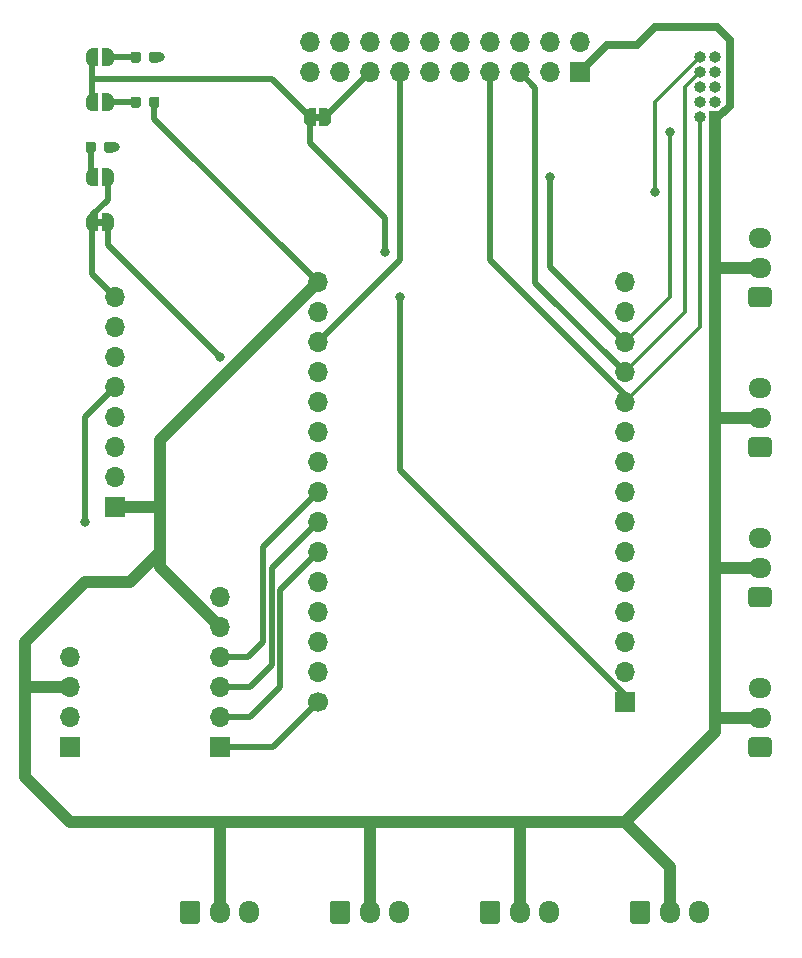
<source format=gbr>
%TF.GenerationSoftware,KiCad,Pcbnew,5.1.6*%
%TF.CreationDate,2020-08-26T17:45:01+02:00*%
%TF.ProjectId,PAF_controller,5041465f-636f-46e7-9472-6f6c6c65722e,rev?*%
%TF.SameCoordinates,Original*%
%TF.FileFunction,Copper,L1,Top*%
%TF.FilePolarity,Positive*%
%FSLAX46Y46*%
G04 Gerber Fmt 4.6, Leading zero omitted, Abs format (unit mm)*
G04 Created by KiCad (PCBNEW 5.1.6) date 2020-08-26 17:45:01*
%MOMM*%
%LPD*%
G01*
G04 APERTURE LIST*
%TA.AperFunction,EtchedComponent*%
%ADD10C,0.150000*%
%TD*%
%TA.AperFunction,ComponentPad*%
%ADD11O,1.700000X1.700000*%
%TD*%
%TA.AperFunction,ComponentPad*%
%ADD12C,1.700000*%
%TD*%
%TA.AperFunction,ComponentPad*%
%ADD13R,1.700000X1.700000*%
%TD*%
%TA.AperFunction,ComponentPad*%
%ADD14O,1.950000X1.700000*%
%TD*%
%TA.AperFunction,ComponentPad*%
%ADD15O,1.700000X1.950000*%
%TD*%
%TA.AperFunction,SMDPad,CuDef*%
%ADD16C,0.150000*%
%TD*%
%TA.AperFunction,ComponentPad*%
%ADD17O,1.000000X1.000000*%
%TD*%
%TA.AperFunction,ComponentPad*%
%ADD18R,1.000000X1.000000*%
%TD*%
%TA.AperFunction,ViaPad*%
%ADD19C,0.800000*%
%TD*%
%TA.AperFunction,Conductor*%
%ADD20C,0.500000*%
%TD*%
%TA.AperFunction,Conductor*%
%ADD21C,0.300000*%
%TD*%
%TA.AperFunction,Conductor*%
%ADD22C,1.000000*%
%TD*%
%TA.AperFunction,Conductor*%
%ADD23C,0.700000*%
%TD*%
G04 APERTURE END LIST*
D10*
%TO.C,JP4*%
G36*
X101350000Y-70150000D02*
G01*
X101850000Y-70150000D01*
X101850000Y-69550000D01*
X101350000Y-69550000D01*
X101350000Y-70150000D01*
G37*
%TO.C,JP3*%
G36*
X119780000Y-61260000D02*
G01*
X120280000Y-61260000D01*
X120280000Y-60660000D01*
X119780000Y-60660000D01*
X119780000Y-61260000D01*
G37*
%TD*%
%TO.P,R3,2*%
%TO.N,GND*%
%TA.AperFunction,SMDPad,CuDef*%
G36*
G01*
X105760000Y-56136250D02*
X105760000Y-55623750D01*
G75*
G02*
X105978750Y-55405000I218750J0D01*
G01*
X106416250Y-55405000D01*
G75*
G02*
X106635000Y-55623750I0J-218750D01*
G01*
X106635000Y-56136250D01*
G75*
G02*
X106416250Y-56355000I-218750J0D01*
G01*
X105978750Y-56355000D01*
G75*
G02*
X105760000Y-56136250I0J218750D01*
G01*
G37*
%TD.AperFunction*%
%TO.P,R3,1*%
%TO.N,Net-(JP2-Pad1)*%
%TA.AperFunction,SMDPad,CuDef*%
G36*
G01*
X104185000Y-56136250D02*
X104185000Y-55623750D01*
G75*
G02*
X104403750Y-55405000I218750J0D01*
G01*
X104841250Y-55405000D01*
G75*
G02*
X105060000Y-55623750I0J-218750D01*
G01*
X105060000Y-56136250D01*
G75*
G02*
X104841250Y-56355000I-218750J0D01*
G01*
X104403750Y-56355000D01*
G75*
G02*
X104185000Y-56136250I0J218750D01*
G01*
G37*
%TD.AperFunction*%
%TD*%
%TO.P,R2,2*%
%TO.N,LED_PORT_PWR*%
%TA.AperFunction,SMDPad,CuDef*%
G36*
G01*
X105760000Y-59946250D02*
X105760000Y-59433750D01*
G75*
G02*
X105978750Y-59215000I218750J0D01*
G01*
X106416250Y-59215000D01*
G75*
G02*
X106635000Y-59433750I0J-218750D01*
G01*
X106635000Y-59946250D01*
G75*
G02*
X106416250Y-60165000I-218750J0D01*
G01*
X105978750Y-60165000D01*
G75*
G02*
X105760000Y-59946250I0J218750D01*
G01*
G37*
%TD.AperFunction*%
%TO.P,R2,1*%
%TO.N,Net-(JP1-Pad1)*%
%TA.AperFunction,SMDPad,CuDef*%
G36*
G01*
X104185000Y-59946250D02*
X104185000Y-59433750D01*
G75*
G02*
X104403750Y-59215000I218750J0D01*
G01*
X104841250Y-59215000D01*
G75*
G02*
X105060000Y-59433750I0J-218750D01*
G01*
X105060000Y-59946250D01*
G75*
G02*
X104841250Y-60165000I-218750J0D01*
G01*
X104403750Y-60165000D01*
G75*
G02*
X104185000Y-59946250I0J218750D01*
G01*
G37*
%TD.AperFunction*%
%TD*%
D11*
%TO.P,E1,25*%
%TO.N,SPI_MISO*%
X120050000Y-97790000D03*
%TO.P,E1,27*%
%TO.N,Net-(E1-Pad27)*%
X120050000Y-102870000D03*
%TO.P,E1,21*%
%TO.N,SCREEN_RESET*%
X120050000Y-87630000D03*
%TO.P,E1,17*%
%TO.N,GND*%
X120050000Y-77470000D03*
%TO.P,E1,19*%
%TO.N,Net-(E1-Pad19)*%
X120050000Y-82550000D03*
%TO.P,E1,26*%
%TO.N,I2C_SDA*%
X120050000Y-100330000D03*
%TO.P,E1,18*%
%TO.N,Debug_TDO*%
X120050000Y-80010000D03*
%TO.P,E1,28*%
%TO.N,Net-(E1-Pad28)*%
X120050000Y-105410000D03*
D12*
%TO.P,E1,30*%
%TO.N,SPI_MOSI*%
X120050000Y-110490000D03*
D11*
%TO.P,E1,22*%
%TO.N,Net-(E1-Pad22)*%
X120050000Y-90170000D03*
%TO.P,E1,23*%
%TO.N,SPI_CS*%
X120050000Y-92710000D03*
%TO.P,E1,20*%
%TO.N,Net-(E1-Pad20)*%
X120050000Y-85090000D03*
%TO.P,E1,24*%
%TO.N,SPI_CLK*%
X120050000Y-95250000D03*
%TO.P,E1,29*%
%TO.N,I2C_SCL*%
X120050000Y-107950000D03*
%TO.P,E1,16*%
%TO.N,LED_PORT_PWR*%
X120050000Y-74930000D03*
D13*
%TO.P,E1,1*%
%TO.N,Net-(E1-Pad1)*%
X146050000Y-110490000D03*
D11*
%TO.P,E1,2*%
%TO.N,LED_PWM_4*%
X146050000Y-107950000D03*
%TO.P,E1,3*%
%TO.N,LED_PWM_3*%
X146050000Y-105410000D03*
%TO.P,E1,4*%
%TO.N,LED_PWM_2*%
X146050000Y-102870000D03*
%TO.P,E1,5*%
%TO.N,LED_PWM_1*%
X146050000Y-100330000D03*
%TO.P,E1,6*%
%TO.N,LED_PWM_5*%
X146050000Y-97790000D03*
%TO.P,E1,7*%
%TO.N,LED_PWM_6*%
X146050000Y-95250000D03*
%TO.P,E1,8*%
%TO.N,Net-(E1-Pad8)*%
X146050000Y-92710000D03*
%TO.P,E1,9*%
%TO.N,LED_PWM_7*%
X146050000Y-90170000D03*
%TO.P,E1,10*%
%TO.N,LED_PWM_8*%
X146050000Y-87630000D03*
%TO.P,E1,11*%
%TO.N,Debug_TMS*%
X146050000Y-85090000D03*
%TO.P,E1,12*%
%TO.N,Debug_TDI*%
X146050000Y-82550000D03*
%TO.P,E1,13*%
%TO.N,Debug_TCK*%
X146050000Y-80010000D03*
%TO.P,E1,14*%
%TO.N,GND*%
X146050000Y-77470000D03*
%TO.P,E1,15*%
%TO.N,Net-(E1-Pad15)*%
X146050000Y-74930000D03*
%TD*%
D14*
%TO.P,J13,3*%
%TO.N,LED_PWM_7*%
X157480000Y-83900000D03*
%TO.P,J13,2*%
%TO.N,LED_PORT_PWR*%
X157480000Y-86400000D03*
%TO.P,J13,1*%
%TO.N,GND*%
%TA.AperFunction,ComponentPad*%
G36*
G01*
X158205000Y-89750000D02*
X156755000Y-89750000D01*
G75*
G02*
X156505000Y-89500000I0J250000D01*
G01*
X156505000Y-88300000D01*
G75*
G02*
X156755000Y-88050000I250000J0D01*
G01*
X158205000Y-88050000D01*
G75*
G02*
X158455000Y-88300000I0J-250000D01*
G01*
X158455000Y-89500000D01*
G75*
G02*
X158205000Y-89750000I-250000J0D01*
G01*
G37*
%TD.AperFunction*%
%TD*%
D15*
%TO.P,J12,3*%
%TO.N,LED_PWM_3*%
X139620000Y-128270000D03*
%TO.P,J12,2*%
%TO.N,LED_PORT_PWR*%
X137120000Y-128270000D03*
%TO.P,J12,1*%
%TO.N,GND*%
%TA.AperFunction,ComponentPad*%
G36*
G01*
X133770000Y-128995000D02*
X133770000Y-127545000D01*
G75*
G02*
X134020000Y-127295000I250000J0D01*
G01*
X135220000Y-127295000D01*
G75*
G02*
X135470000Y-127545000I0J-250000D01*
G01*
X135470000Y-128995000D01*
G75*
G02*
X135220000Y-129245000I-250000J0D01*
G01*
X134020000Y-129245000D01*
G75*
G02*
X133770000Y-128995000I0J250000D01*
G01*
G37*
%TD.AperFunction*%
%TD*%
D14*
%TO.P,J11,3*%
%TO.N,LED_PWM_8*%
X157480000Y-71200000D03*
%TO.P,J11,2*%
%TO.N,LED_PORT_PWR*%
X157480000Y-73700000D03*
%TO.P,J11,1*%
%TO.N,GND*%
%TA.AperFunction,ComponentPad*%
G36*
G01*
X158205000Y-77050000D02*
X156755000Y-77050000D01*
G75*
G02*
X156505000Y-76800000I0J250000D01*
G01*
X156505000Y-75600000D01*
G75*
G02*
X156755000Y-75350000I250000J0D01*
G01*
X158205000Y-75350000D01*
G75*
G02*
X158455000Y-75600000I0J-250000D01*
G01*
X158455000Y-76800000D01*
G75*
G02*
X158205000Y-77050000I-250000J0D01*
G01*
G37*
%TD.AperFunction*%
%TD*%
D15*
%TO.P,J10,3*%
%TO.N,LED_PWM_1*%
X114220000Y-128270000D03*
%TO.P,J10,2*%
%TO.N,LED_PORT_PWR*%
X111720000Y-128270000D03*
%TO.P,J10,1*%
%TO.N,GND*%
%TA.AperFunction,ComponentPad*%
G36*
G01*
X108370000Y-128995000D02*
X108370000Y-127545000D01*
G75*
G02*
X108620000Y-127295000I250000J0D01*
G01*
X109820000Y-127295000D01*
G75*
G02*
X110070000Y-127545000I0J-250000D01*
G01*
X110070000Y-128995000D01*
G75*
G02*
X109820000Y-129245000I-250000J0D01*
G01*
X108620000Y-129245000D01*
G75*
G02*
X108370000Y-128995000I0J250000D01*
G01*
G37*
%TD.AperFunction*%
%TD*%
%TO.P,J9,3*%
%TO.N,LED_PWM_2*%
X126920000Y-128270000D03*
%TO.P,J9,2*%
%TO.N,LED_PORT_PWR*%
X124420000Y-128270000D03*
%TO.P,J9,1*%
%TO.N,GND*%
%TA.AperFunction,ComponentPad*%
G36*
G01*
X121070000Y-128995000D02*
X121070000Y-127545000D01*
G75*
G02*
X121320000Y-127295000I250000J0D01*
G01*
X122520000Y-127295000D01*
G75*
G02*
X122770000Y-127545000I0J-250000D01*
G01*
X122770000Y-128995000D01*
G75*
G02*
X122520000Y-129245000I-250000J0D01*
G01*
X121320000Y-129245000D01*
G75*
G02*
X121070000Y-128995000I0J250000D01*
G01*
G37*
%TD.AperFunction*%
%TD*%
%TO.P,J8,3*%
%TO.N,LED_PWM_4*%
X152320000Y-128270000D03*
%TO.P,J8,2*%
%TO.N,LED_PORT_PWR*%
X149820000Y-128270000D03*
%TO.P,J8,1*%
%TO.N,GND*%
%TA.AperFunction,ComponentPad*%
G36*
G01*
X146470000Y-128995000D02*
X146470000Y-127545000D01*
G75*
G02*
X146720000Y-127295000I250000J0D01*
G01*
X147920000Y-127295000D01*
G75*
G02*
X148170000Y-127545000I0J-250000D01*
G01*
X148170000Y-128995000D01*
G75*
G02*
X147920000Y-129245000I-250000J0D01*
G01*
X146720000Y-129245000D01*
G75*
G02*
X146470000Y-128995000I0J250000D01*
G01*
G37*
%TD.AperFunction*%
%TD*%
D14*
%TO.P,J7,3*%
%TO.N,LED_PWM_6*%
X157480000Y-96600000D03*
%TO.P,J7,2*%
%TO.N,LED_PORT_PWR*%
X157480000Y-99100000D03*
%TO.P,J7,1*%
%TO.N,GND*%
%TA.AperFunction,ComponentPad*%
G36*
G01*
X158205000Y-102450000D02*
X156755000Y-102450000D01*
G75*
G02*
X156505000Y-102200000I0J250000D01*
G01*
X156505000Y-101000000D01*
G75*
G02*
X156755000Y-100750000I250000J0D01*
G01*
X158205000Y-100750000D01*
G75*
G02*
X158455000Y-101000000I0J-250000D01*
G01*
X158455000Y-102200000D01*
G75*
G02*
X158205000Y-102450000I-250000J0D01*
G01*
G37*
%TD.AperFunction*%
%TD*%
%TO.P,J6,3*%
%TO.N,LED_PWM_5*%
X157480000Y-109300000D03*
%TO.P,J6,2*%
%TO.N,LED_PORT_PWR*%
X157480000Y-111800000D03*
%TO.P,J6,1*%
%TO.N,GND*%
%TA.AperFunction,ComponentPad*%
G36*
G01*
X158205000Y-115150000D02*
X156755000Y-115150000D01*
G75*
G02*
X156505000Y-114900000I0J250000D01*
G01*
X156505000Y-113700000D01*
G75*
G02*
X156755000Y-113450000I250000J0D01*
G01*
X158205000Y-113450000D01*
G75*
G02*
X158455000Y-113700000I0J-250000D01*
G01*
X158455000Y-114900000D01*
G75*
G02*
X158205000Y-115150000I-250000J0D01*
G01*
G37*
%TD.AperFunction*%
%TD*%
%TO.P,R1,2*%
%TO.N,GND*%
%TA.AperFunction,SMDPad,CuDef*%
G36*
G01*
X101950000Y-63756250D02*
X101950000Y-63243750D01*
G75*
G02*
X102168750Y-63025000I218750J0D01*
G01*
X102606250Y-63025000D01*
G75*
G02*
X102825000Y-63243750I0J-218750D01*
G01*
X102825000Y-63756250D01*
G75*
G02*
X102606250Y-63975000I-218750J0D01*
G01*
X102168750Y-63975000D01*
G75*
G02*
X101950000Y-63756250I0J218750D01*
G01*
G37*
%TD.AperFunction*%
%TO.P,R1,1*%
%TO.N,Net-(JP5-Pad1)*%
%TA.AperFunction,SMDPad,CuDef*%
G36*
G01*
X100375000Y-63756250D02*
X100375000Y-63243750D01*
G75*
G02*
X100593750Y-63025000I218750J0D01*
G01*
X101031250Y-63025000D01*
G75*
G02*
X101250000Y-63243750I0J-218750D01*
G01*
X101250000Y-63756250D01*
G75*
G02*
X101031250Y-63975000I-218750J0D01*
G01*
X100593750Y-63975000D01*
G75*
G02*
X100375000Y-63756250I0J218750D01*
G01*
G37*
%TD.AperFunction*%
%TD*%
%TA.AperFunction,SMDPad,CuDef*%
D16*
%TO.P,JP5,2*%
%TO.N,OLED_RES*%
G36*
X102250000Y-65290602D02*
G01*
X102274534Y-65290602D01*
X102323365Y-65295412D01*
X102371490Y-65304984D01*
X102418445Y-65319228D01*
X102463778Y-65338005D01*
X102507051Y-65361136D01*
X102547850Y-65388396D01*
X102585779Y-65419524D01*
X102620476Y-65454221D01*
X102651604Y-65492150D01*
X102678864Y-65532949D01*
X102701995Y-65576222D01*
X102720772Y-65621555D01*
X102735016Y-65668510D01*
X102744588Y-65716635D01*
X102749398Y-65765466D01*
X102749398Y-65790000D01*
X102750000Y-65790000D01*
X102750000Y-66290000D01*
X102749398Y-66290000D01*
X102749398Y-66314534D01*
X102744588Y-66363365D01*
X102735016Y-66411490D01*
X102720772Y-66458445D01*
X102701995Y-66503778D01*
X102678864Y-66547051D01*
X102651604Y-66587850D01*
X102620476Y-66625779D01*
X102585779Y-66660476D01*
X102547850Y-66691604D01*
X102507051Y-66718864D01*
X102463778Y-66741995D01*
X102418445Y-66760772D01*
X102371490Y-66775016D01*
X102323365Y-66784588D01*
X102274534Y-66789398D01*
X102250000Y-66789398D01*
X102250000Y-66790000D01*
X101750000Y-66790000D01*
X101750000Y-65290000D01*
X102250000Y-65290000D01*
X102250000Y-65290602D01*
G37*
%TD.AperFunction*%
%TA.AperFunction,SMDPad,CuDef*%
%TO.P,JP5,1*%
%TO.N,Net-(JP5-Pad1)*%
G36*
X101450000Y-66790000D02*
G01*
X100950000Y-66790000D01*
X100950000Y-66789398D01*
X100925466Y-66789398D01*
X100876635Y-66784588D01*
X100828510Y-66775016D01*
X100781555Y-66760772D01*
X100736222Y-66741995D01*
X100692949Y-66718864D01*
X100652150Y-66691604D01*
X100614221Y-66660476D01*
X100579524Y-66625779D01*
X100548396Y-66587850D01*
X100521136Y-66547051D01*
X100498005Y-66503778D01*
X100479228Y-66458445D01*
X100464984Y-66411490D01*
X100455412Y-66363365D01*
X100450602Y-66314534D01*
X100450602Y-66290000D01*
X100450000Y-66290000D01*
X100450000Y-65790000D01*
X100450602Y-65790000D01*
X100450602Y-65765466D01*
X100455412Y-65716635D01*
X100464984Y-65668510D01*
X100479228Y-65621555D01*
X100498005Y-65576222D01*
X100521136Y-65532949D01*
X100548396Y-65492150D01*
X100579524Y-65454221D01*
X100614221Y-65419524D01*
X100652150Y-65388396D01*
X100692949Y-65361136D01*
X100736222Y-65338005D01*
X100781555Y-65319228D01*
X100828510Y-65304984D01*
X100876635Y-65295412D01*
X100925466Y-65290602D01*
X100950000Y-65290602D01*
X100950000Y-65290000D01*
X101450000Y-65290000D01*
X101450000Y-66790000D01*
G37*
%TD.AperFunction*%
%TD*%
%TA.AperFunction,SMDPad,CuDef*%
%TO.P,JP4,1*%
%TO.N,SCREEN_RESET*%
G36*
X101750000Y-69100000D02*
G01*
X102250000Y-69100000D01*
X102250000Y-69100602D01*
X102274534Y-69100602D01*
X102323365Y-69105412D01*
X102371490Y-69114984D01*
X102418445Y-69129228D01*
X102463778Y-69148005D01*
X102507051Y-69171136D01*
X102547850Y-69198396D01*
X102585779Y-69229524D01*
X102620476Y-69264221D01*
X102651604Y-69302150D01*
X102678864Y-69342949D01*
X102701995Y-69386222D01*
X102720772Y-69431555D01*
X102735016Y-69478510D01*
X102744588Y-69526635D01*
X102749398Y-69575466D01*
X102749398Y-69600000D01*
X102750000Y-69600000D01*
X102750000Y-70100000D01*
X102749398Y-70100000D01*
X102749398Y-70124534D01*
X102744588Y-70173365D01*
X102735016Y-70221490D01*
X102720772Y-70268445D01*
X102701995Y-70313778D01*
X102678864Y-70357051D01*
X102651604Y-70397850D01*
X102620476Y-70435779D01*
X102585779Y-70470476D01*
X102547850Y-70501604D01*
X102507051Y-70528864D01*
X102463778Y-70551995D01*
X102418445Y-70570772D01*
X102371490Y-70585016D01*
X102323365Y-70594588D01*
X102274534Y-70599398D01*
X102250000Y-70599398D01*
X102250000Y-70600000D01*
X101750000Y-70600000D01*
X101750000Y-69100000D01*
G37*
%TD.AperFunction*%
%TA.AperFunction,SMDPad,CuDef*%
%TO.P,JP4,2*%
%TO.N,OLED_RES*%
G36*
X100950000Y-70599398D02*
G01*
X100925466Y-70599398D01*
X100876635Y-70594588D01*
X100828510Y-70585016D01*
X100781555Y-70570772D01*
X100736222Y-70551995D01*
X100692949Y-70528864D01*
X100652150Y-70501604D01*
X100614221Y-70470476D01*
X100579524Y-70435779D01*
X100548396Y-70397850D01*
X100521136Y-70357051D01*
X100498005Y-70313778D01*
X100479228Y-70268445D01*
X100464984Y-70221490D01*
X100455412Y-70173365D01*
X100450602Y-70124534D01*
X100450602Y-70100000D01*
X100450000Y-70100000D01*
X100450000Y-69600000D01*
X100450602Y-69600000D01*
X100450602Y-69575466D01*
X100455412Y-69526635D01*
X100464984Y-69478510D01*
X100479228Y-69431555D01*
X100498005Y-69386222D01*
X100521136Y-69342949D01*
X100548396Y-69302150D01*
X100579524Y-69264221D01*
X100614221Y-69229524D01*
X100652150Y-69198396D01*
X100692949Y-69171136D01*
X100736222Y-69148005D01*
X100781555Y-69129228D01*
X100828510Y-69114984D01*
X100876635Y-69105412D01*
X100925466Y-69100602D01*
X100950000Y-69100602D01*
X100950000Y-69100000D01*
X101450000Y-69100000D01*
X101450000Y-70600000D01*
X100950000Y-70600000D01*
X100950000Y-70599398D01*
G37*
%TD.AperFunction*%
%TD*%
%TA.AperFunction,SMDPad,CuDef*%
%TO.P,JP3,1*%
%TO.N,RF_EN*%
G36*
X120180000Y-60210000D02*
G01*
X120680000Y-60210000D01*
X120680000Y-60210602D01*
X120704534Y-60210602D01*
X120753365Y-60215412D01*
X120801490Y-60224984D01*
X120848445Y-60239228D01*
X120893778Y-60258005D01*
X120937051Y-60281136D01*
X120977850Y-60308396D01*
X121015779Y-60339524D01*
X121050476Y-60374221D01*
X121081604Y-60412150D01*
X121108864Y-60452949D01*
X121131995Y-60496222D01*
X121150772Y-60541555D01*
X121165016Y-60588510D01*
X121174588Y-60636635D01*
X121179398Y-60685466D01*
X121179398Y-60710000D01*
X121180000Y-60710000D01*
X121180000Y-61210000D01*
X121179398Y-61210000D01*
X121179398Y-61234534D01*
X121174588Y-61283365D01*
X121165016Y-61331490D01*
X121150772Y-61378445D01*
X121131995Y-61423778D01*
X121108864Y-61467051D01*
X121081604Y-61507850D01*
X121050476Y-61545779D01*
X121015779Y-61580476D01*
X120977850Y-61611604D01*
X120937051Y-61638864D01*
X120893778Y-61661995D01*
X120848445Y-61680772D01*
X120801490Y-61695016D01*
X120753365Y-61704588D01*
X120704534Y-61709398D01*
X120680000Y-61709398D01*
X120680000Y-61710000D01*
X120180000Y-61710000D01*
X120180000Y-60210000D01*
G37*
%TD.AperFunction*%
%TA.AperFunction,SMDPad,CuDef*%
%TO.P,JP3,2*%
%TO.N,Net-(E1-Pad1)*%
G36*
X119380000Y-61709398D02*
G01*
X119355466Y-61709398D01*
X119306635Y-61704588D01*
X119258510Y-61695016D01*
X119211555Y-61680772D01*
X119166222Y-61661995D01*
X119122949Y-61638864D01*
X119082150Y-61611604D01*
X119044221Y-61580476D01*
X119009524Y-61545779D01*
X118978396Y-61507850D01*
X118951136Y-61467051D01*
X118928005Y-61423778D01*
X118909228Y-61378445D01*
X118894984Y-61331490D01*
X118885412Y-61283365D01*
X118880602Y-61234534D01*
X118880602Y-61210000D01*
X118880000Y-61210000D01*
X118880000Y-60710000D01*
X118880602Y-60710000D01*
X118880602Y-60685466D01*
X118885412Y-60636635D01*
X118894984Y-60588510D01*
X118909228Y-60541555D01*
X118928005Y-60496222D01*
X118951136Y-60452949D01*
X118978396Y-60412150D01*
X119009524Y-60374221D01*
X119044221Y-60339524D01*
X119082150Y-60308396D01*
X119122949Y-60281136D01*
X119166222Y-60258005D01*
X119211555Y-60239228D01*
X119258510Y-60224984D01*
X119306635Y-60215412D01*
X119355466Y-60210602D01*
X119380000Y-60210602D01*
X119380000Y-60210000D01*
X119880000Y-60210000D01*
X119880000Y-61710000D01*
X119380000Y-61710000D01*
X119380000Y-61709398D01*
G37*
%TD.AperFunction*%
%TD*%
%TA.AperFunction,SMDPad,CuDef*%
%TO.P,JP2,2*%
%TO.N,Net-(E1-Pad1)*%
G36*
X100950000Y-56629398D02*
G01*
X100925466Y-56629398D01*
X100876635Y-56624588D01*
X100828510Y-56615016D01*
X100781555Y-56600772D01*
X100736222Y-56581995D01*
X100692949Y-56558864D01*
X100652150Y-56531604D01*
X100614221Y-56500476D01*
X100579524Y-56465779D01*
X100548396Y-56427850D01*
X100521136Y-56387051D01*
X100498005Y-56343778D01*
X100479228Y-56298445D01*
X100464984Y-56251490D01*
X100455412Y-56203365D01*
X100450602Y-56154534D01*
X100450602Y-56130000D01*
X100450000Y-56130000D01*
X100450000Y-55630000D01*
X100450602Y-55630000D01*
X100450602Y-55605466D01*
X100455412Y-55556635D01*
X100464984Y-55508510D01*
X100479228Y-55461555D01*
X100498005Y-55416222D01*
X100521136Y-55372949D01*
X100548396Y-55332150D01*
X100579524Y-55294221D01*
X100614221Y-55259524D01*
X100652150Y-55228396D01*
X100692949Y-55201136D01*
X100736222Y-55178005D01*
X100781555Y-55159228D01*
X100828510Y-55144984D01*
X100876635Y-55135412D01*
X100925466Y-55130602D01*
X100950000Y-55130602D01*
X100950000Y-55130000D01*
X101450000Y-55130000D01*
X101450000Y-56630000D01*
X100950000Y-56630000D01*
X100950000Y-56629398D01*
G37*
%TD.AperFunction*%
%TA.AperFunction,SMDPad,CuDef*%
%TO.P,JP2,1*%
%TO.N,Net-(JP2-Pad1)*%
G36*
X101750000Y-55130000D02*
G01*
X102250000Y-55130000D01*
X102250000Y-55130602D01*
X102274534Y-55130602D01*
X102323365Y-55135412D01*
X102371490Y-55144984D01*
X102418445Y-55159228D01*
X102463778Y-55178005D01*
X102507051Y-55201136D01*
X102547850Y-55228396D01*
X102585779Y-55259524D01*
X102620476Y-55294221D01*
X102651604Y-55332150D01*
X102678864Y-55372949D01*
X102701995Y-55416222D01*
X102720772Y-55461555D01*
X102735016Y-55508510D01*
X102744588Y-55556635D01*
X102749398Y-55605466D01*
X102749398Y-55630000D01*
X102750000Y-55630000D01*
X102750000Y-56130000D01*
X102749398Y-56130000D01*
X102749398Y-56154534D01*
X102744588Y-56203365D01*
X102735016Y-56251490D01*
X102720772Y-56298445D01*
X102701995Y-56343778D01*
X102678864Y-56387051D01*
X102651604Y-56427850D01*
X102620476Y-56465779D01*
X102585779Y-56500476D01*
X102547850Y-56531604D01*
X102507051Y-56558864D01*
X102463778Y-56581995D01*
X102418445Y-56600772D01*
X102371490Y-56615016D01*
X102323365Y-56624588D01*
X102274534Y-56629398D01*
X102250000Y-56629398D01*
X102250000Y-56630000D01*
X101750000Y-56630000D01*
X101750000Y-55130000D01*
G37*
%TD.AperFunction*%
%TD*%
%TA.AperFunction,SMDPad,CuDef*%
%TO.P,JP1,2*%
%TO.N,Net-(E1-Pad1)*%
G36*
X100950000Y-60439398D02*
G01*
X100925466Y-60439398D01*
X100876635Y-60434588D01*
X100828510Y-60425016D01*
X100781555Y-60410772D01*
X100736222Y-60391995D01*
X100692949Y-60368864D01*
X100652150Y-60341604D01*
X100614221Y-60310476D01*
X100579524Y-60275779D01*
X100548396Y-60237850D01*
X100521136Y-60197051D01*
X100498005Y-60153778D01*
X100479228Y-60108445D01*
X100464984Y-60061490D01*
X100455412Y-60013365D01*
X100450602Y-59964534D01*
X100450602Y-59940000D01*
X100450000Y-59940000D01*
X100450000Y-59440000D01*
X100450602Y-59440000D01*
X100450602Y-59415466D01*
X100455412Y-59366635D01*
X100464984Y-59318510D01*
X100479228Y-59271555D01*
X100498005Y-59226222D01*
X100521136Y-59182949D01*
X100548396Y-59142150D01*
X100579524Y-59104221D01*
X100614221Y-59069524D01*
X100652150Y-59038396D01*
X100692949Y-59011136D01*
X100736222Y-58988005D01*
X100781555Y-58969228D01*
X100828510Y-58954984D01*
X100876635Y-58945412D01*
X100925466Y-58940602D01*
X100950000Y-58940602D01*
X100950000Y-58940000D01*
X101450000Y-58940000D01*
X101450000Y-60440000D01*
X100950000Y-60440000D01*
X100950000Y-60439398D01*
G37*
%TD.AperFunction*%
%TA.AperFunction,SMDPad,CuDef*%
%TO.P,JP1,1*%
%TO.N,Net-(JP1-Pad1)*%
G36*
X101750000Y-58940000D02*
G01*
X102250000Y-58940000D01*
X102250000Y-58940602D01*
X102274534Y-58940602D01*
X102323365Y-58945412D01*
X102371490Y-58954984D01*
X102418445Y-58969228D01*
X102463778Y-58988005D01*
X102507051Y-59011136D01*
X102547850Y-59038396D01*
X102585779Y-59069524D01*
X102620476Y-59104221D01*
X102651604Y-59142150D01*
X102678864Y-59182949D01*
X102701995Y-59226222D01*
X102720772Y-59271555D01*
X102735016Y-59318510D01*
X102744588Y-59366635D01*
X102749398Y-59415466D01*
X102749398Y-59440000D01*
X102750000Y-59440000D01*
X102750000Y-59940000D01*
X102749398Y-59940000D01*
X102749398Y-59964534D01*
X102744588Y-60013365D01*
X102735016Y-60061490D01*
X102720772Y-60108445D01*
X102701995Y-60153778D01*
X102678864Y-60197051D01*
X102651604Y-60237850D01*
X102620476Y-60275779D01*
X102585779Y-60310476D01*
X102547850Y-60341604D01*
X102507051Y-60368864D01*
X102463778Y-60391995D01*
X102418445Y-60410772D01*
X102371490Y-60425016D01*
X102323365Y-60434588D01*
X102274534Y-60439398D01*
X102250000Y-60439398D01*
X102250000Y-60440000D01*
X101750000Y-60440000D01*
X101750000Y-58940000D01*
G37*
%TD.AperFunction*%
%TD*%
D11*
%TO.P,J5,8*%
%TO.N,OLED_RES*%
X102870000Y-76200000D03*
%TO.P,J5,7*%
%TO.N,Net-(J5-Pad7)*%
X102870000Y-78740000D03*
%TO.P,J5,6*%
%TO.N,Net-(J5-Pad6)*%
X102870000Y-81280000D03*
%TO.P,J5,5*%
%TO.N,I2C_SCL*%
X102870000Y-83820000D03*
%TO.P,J5,4*%
%TO.N,I2C_SDA*%
X102870000Y-86360000D03*
%TO.P,J5,3*%
%TO.N,Net-(J5-Pad3)*%
X102870000Y-88900000D03*
%TO.P,J5,2*%
%TO.N,GND*%
X102870000Y-91440000D03*
D13*
%TO.P,J5,1*%
%TO.N,LED_PORT_PWR*%
X102870000Y-93980000D03*
%TD*%
D11*
%TO.P,J4,4*%
%TO.N,GND*%
X99060000Y-106680000D03*
%TO.P,J4,3*%
%TO.N,LED_PORT_PWR*%
X99060000Y-109220000D03*
%TO.P,J4,2*%
%TO.N,I2C_SCL*%
X99060000Y-111760000D03*
D13*
%TO.P,J4,1*%
%TO.N,I2C_SDA*%
X99060000Y-114300000D03*
%TD*%
D11*
%TO.P,J3,6*%
%TO.N,GND*%
X111760000Y-101600000D03*
%TO.P,J3,5*%
%TO.N,LED_PORT_PWR*%
X111760000Y-104140000D03*
%TO.P,J3,4*%
%TO.N,SPI_CS*%
X111760000Y-106680000D03*
%TO.P,J3,3*%
%TO.N,SPI_CLK*%
X111760000Y-109220000D03*
%TO.P,J3,2*%
%TO.N,SPI_MISO*%
X111760000Y-111760000D03*
D13*
%TO.P,J3,1*%
%TO.N,SPI_MOSI*%
X111760000Y-114300000D03*
%TD*%
D11*
%TO.P,J2,20*%
%TO.N,GND*%
X119380000Y-54610000D03*
%TO.P,J2,19*%
%TO.N,Net-(J2-Pad19)*%
X119380000Y-57150000D03*
%TO.P,J2,18*%
%TO.N,GND*%
X121920000Y-54610000D03*
%TO.P,J2,17*%
%TO.N,Net-(J2-Pad17)*%
X121920000Y-57150000D03*
%TO.P,J2,16*%
%TO.N,GND*%
X124460000Y-54610000D03*
%TO.P,J2,15*%
%TO.N,RF_EN*%
X124460000Y-57150000D03*
%TO.P,J2,14*%
%TO.N,GND*%
X127000000Y-54610000D03*
%TO.P,J2,13*%
%TO.N,Debug_TDO*%
X127000000Y-57150000D03*
%TO.P,J2,12*%
%TO.N,GND*%
X129540000Y-54610000D03*
%TO.P,J2,11*%
%TO.N,Net-(J2-Pad11)*%
X129540000Y-57150000D03*
%TO.P,J2,10*%
%TO.N,GND*%
X132080000Y-54610000D03*
%TO.P,J2,9*%
%TO.N,Debug_TCK*%
X132080000Y-57150000D03*
%TO.P,J2,8*%
%TO.N,GND*%
X134620000Y-54610000D03*
%TO.P,J2,7*%
%TO.N,Debug_TMS*%
X134620000Y-57150000D03*
%TO.P,J2,6*%
%TO.N,GND*%
X137160000Y-54610000D03*
%TO.P,J2,5*%
%TO.N,Debug_TDI*%
X137160000Y-57150000D03*
%TO.P,J2,4*%
%TO.N,GND*%
X139700000Y-54610000D03*
%TO.P,J2,3*%
%TO.N,Net-(J2-Pad3)*%
X139700000Y-57150000D03*
%TO.P,J2,2*%
%TO.N,Net-(J2-Pad2)*%
X142240000Y-54610000D03*
D13*
%TO.P,J2,1*%
%TO.N,LED_PORT_PWR*%
X142240000Y-57150000D03*
%TD*%
D17*
%TO.P,J1,10*%
%TO.N,RF_EN*%
X152400000Y-55880000D03*
%TO.P,J1,9*%
%TO.N,GND*%
X153670000Y-55880000D03*
%TO.P,J1,8*%
%TO.N,Debug_TDI*%
X152400000Y-57150000D03*
%TO.P,J1,7*%
%TO.N,Net-(J1-Pad7)*%
X153670000Y-57150000D03*
%TO.P,J1,6*%
%TO.N,Debug_TDO*%
X152400000Y-58420000D03*
%TO.P,J1,5*%
%TO.N,GND*%
X153670000Y-58420000D03*
%TO.P,J1,4*%
%TO.N,Debug_TCK*%
X152400000Y-59690000D03*
%TO.P,J1,3*%
%TO.N,GND*%
X153670000Y-59690000D03*
%TO.P,J1,2*%
%TO.N,Debug_TMS*%
X152400000Y-60960000D03*
D18*
%TO.P,J1,1*%
%TO.N,LED_PORT_PWR*%
X153670000Y-60960000D03*
%TD*%
D19*
%TO.N,SCREEN_RESET*%
X111760000Y-81280000D03*
%TO.N,GND*%
X106680000Y-55880000D03*
X102870000Y-63500000D03*
%TO.N,I2C_SCL*%
X100330000Y-95250000D03*
%TO.N,Net-(E1-Pad1)*%
X125730000Y-72390000D03*
X127000000Y-76200000D03*
%TO.N,Debug_TCK*%
X149860000Y-62230000D03*
X139700000Y-66040000D03*
%TO.N,RF_EN*%
X148590000Y-67310000D03*
%TD*%
D20*
%TO.N,SPI_MISO*%
X116840000Y-101000000D02*
X120050000Y-97790000D01*
X116840000Y-109220000D02*
X116840000Y-101000000D01*
X114300000Y-111760000D02*
X116840000Y-109220000D01*
X111760000Y-111760000D02*
X114300000Y-111760000D01*
%TO.N,SCREEN_RESET*%
X102250000Y-71770000D02*
X111760000Y-81280000D01*
X102250000Y-69850000D02*
X102250000Y-71770000D01*
%TO.N,GND*%
X106197500Y-55880000D02*
X106680000Y-55880000D01*
X102387500Y-63500000D02*
X102870000Y-63500000D01*
%TO.N,Debug_TDO*%
X127000000Y-73060000D02*
X120050000Y-80010000D01*
X127000000Y-57150000D02*
X127000000Y-73060000D01*
%TO.N,SPI_CS*%
X111760000Y-106680000D02*
X114169980Y-106680000D01*
X114169980Y-106680000D02*
X115439980Y-105410000D01*
X115439980Y-97320020D02*
X120050000Y-92710000D01*
X115439980Y-105410000D02*
X115439980Y-97320020D01*
%TO.N,SPI_CLK*%
X111760000Y-109220000D02*
X114300000Y-109220000D01*
X114300000Y-109220000D02*
X116139990Y-107380010D01*
X116139990Y-99160010D02*
X120050000Y-95250000D01*
X116139990Y-107380010D02*
X116139990Y-99160010D01*
%TO.N,I2C_SCL*%
X100330000Y-86360000D02*
X102870000Y-83820000D01*
X100330000Y-95250000D02*
X100330000Y-86360000D01*
%TO.N,Net-(E1-Pad1)*%
X116190000Y-57770000D02*
X100950000Y-57770000D01*
X119380000Y-60960000D02*
X116190000Y-57770000D01*
X100950000Y-57770000D02*
X100950000Y-55880000D01*
X100950000Y-59690000D02*
X100950000Y-57770000D01*
X125730000Y-69483998D02*
X125730000Y-72390000D01*
X119380000Y-63133998D02*
X125730000Y-69483998D01*
X119380000Y-60960000D02*
X119380000Y-63133998D01*
X146050000Y-109874002D02*
X146050000Y-110490000D01*
X127000000Y-90824002D02*
X146050000Y-109874002D01*
X127000000Y-76200000D02*
X127000000Y-90824002D01*
D21*
%TO.N,Debug_TMS*%
X152400000Y-78740000D02*
X146050000Y-85090000D01*
X152400000Y-60960000D02*
X152400000Y-78740000D01*
D20*
X146050000Y-84474002D02*
X146050000Y-85090000D01*
X134620000Y-73044002D02*
X146050000Y-84474002D01*
X134620000Y-57150000D02*
X134620000Y-73044002D01*
D21*
%TO.N,Debug_TDI*%
X151130000Y-77470000D02*
X146050000Y-82550000D01*
X151130000Y-58420000D02*
X151130000Y-77470000D01*
X152400000Y-57150000D02*
X151130000Y-58420000D01*
D20*
X138460001Y-74960001D02*
X146050000Y-82550000D01*
X138460001Y-58450001D02*
X138460001Y-74960001D01*
X137160000Y-57150000D02*
X138460001Y-58450001D01*
D21*
%TO.N,Debug_TCK*%
X149860000Y-76200000D02*
X146050000Y-80010000D01*
X149860000Y-62230000D02*
X149860000Y-76200000D01*
D20*
X139700000Y-73660000D02*
X146050000Y-80010000D01*
X139700000Y-66040000D02*
X139700000Y-73660000D01*
%TO.N,RF_EN*%
X120680000Y-60930000D02*
X120680000Y-60960000D01*
X124460000Y-57150000D02*
X120680000Y-60930000D01*
D21*
X148590000Y-59690000D02*
X152400000Y-55880000D01*
X148590000Y-67310000D02*
X148590000Y-59690000D01*
D20*
%TO.N,OLED_RES*%
X100950000Y-69263588D02*
X100950000Y-69850000D01*
X102250000Y-67963588D02*
X100950000Y-69263588D01*
X102250000Y-66040000D02*
X102250000Y-67963588D01*
X100950000Y-74280000D02*
X100950000Y-69850000D01*
X102870000Y-76200000D02*
X100950000Y-74280000D01*
%TO.N,Net-(JP5-Pad1)*%
X100812500Y-65902500D02*
X100950000Y-66040000D01*
X100812500Y-63500000D02*
X100812500Y-65902500D01*
D22*
%TO.N,LED_PORT_PWR*%
X153670000Y-113030000D02*
X146050000Y-120650000D01*
X106680000Y-88300000D02*
X120050000Y-74930000D01*
X153710000Y-73700000D02*
X153670000Y-73660000D01*
X157480000Y-73700000D02*
X153710000Y-73700000D01*
X153670000Y-60960000D02*
X153670000Y-73660000D01*
X153710000Y-86400000D02*
X153670000Y-86360000D01*
X157480000Y-86400000D02*
X153710000Y-86400000D01*
X153670000Y-73660000D02*
X153670000Y-86360000D01*
X153710000Y-99100000D02*
X153670000Y-99060000D01*
X157480000Y-99100000D02*
X153710000Y-99100000D01*
X153670000Y-86360000D02*
X153670000Y-99060000D01*
X157480000Y-111800000D02*
X153710000Y-111800000D01*
X153670000Y-111760000D02*
X153670000Y-113030000D01*
X153710000Y-111800000D02*
X153670000Y-111760000D01*
X153670000Y-99060000D02*
X153670000Y-111760000D01*
X149820000Y-124420000D02*
X146050000Y-120650000D01*
X149820000Y-128270000D02*
X149820000Y-124420000D01*
X137120000Y-120690000D02*
X137160000Y-120650000D01*
X137120000Y-128270000D02*
X137120000Y-120690000D01*
X146050000Y-120650000D02*
X137160000Y-120650000D01*
X124420000Y-128270000D02*
X124420000Y-120690000D01*
X124420000Y-120690000D02*
X124460000Y-120650000D01*
X137160000Y-120650000D02*
X124460000Y-120650000D01*
X111720000Y-120690000D02*
X111760000Y-120650000D01*
X111720000Y-128270000D02*
X111720000Y-120690000D01*
X124460000Y-120650000D02*
X111760000Y-120650000D01*
X102870000Y-93980000D02*
X106680000Y-93980000D01*
X106680000Y-93980000D02*
X106680000Y-88300000D01*
X106680000Y-97790000D02*
X106680000Y-93980000D01*
X104140000Y-100330000D02*
X106680000Y-97790000D01*
X100330000Y-100330000D02*
X104140000Y-100330000D01*
X95250000Y-105410000D02*
X100330000Y-100330000D01*
X99060000Y-120650000D02*
X95250000Y-116840000D01*
X111760000Y-120650000D02*
X99060000Y-120650000D01*
X106680000Y-99060000D02*
X106680000Y-97790000D01*
X111760000Y-104140000D02*
X106680000Y-99060000D01*
X99060000Y-109220000D02*
X95250000Y-109220000D01*
X95250000Y-109220000D02*
X95250000Y-105410000D01*
X95250000Y-116840000D02*
X95250000Y-109220000D01*
D20*
X106197500Y-61077500D02*
X120050000Y-74930000D01*
X106197500Y-59690000D02*
X106197500Y-61077500D01*
D23*
X153954002Y-60960000D02*
X153670000Y-60960000D01*
X154940000Y-59974002D02*
X153954002Y-60960000D01*
X154940000Y-54467999D02*
X154940000Y-59974002D01*
X153812001Y-53340000D02*
X154940000Y-54467999D01*
X148590000Y-53340000D02*
X153812001Y-53340000D01*
X147100001Y-54829999D02*
X148590000Y-53340000D01*
X144560001Y-54829999D02*
X147100001Y-54829999D01*
X142240000Y-57150000D02*
X144560001Y-54829999D01*
D20*
%TO.N,SPI_MOSI*%
X116240000Y-114300000D02*
X120050000Y-110490000D01*
X111760000Y-114300000D02*
X116240000Y-114300000D01*
%TO.N,Net-(JP1-Pad1)*%
X102250000Y-59690000D02*
X104622500Y-59690000D01*
%TO.N,Net-(JP2-Pad1)*%
X102250000Y-55880000D02*
X104622500Y-55880000D01*
%TD*%
M02*

</source>
